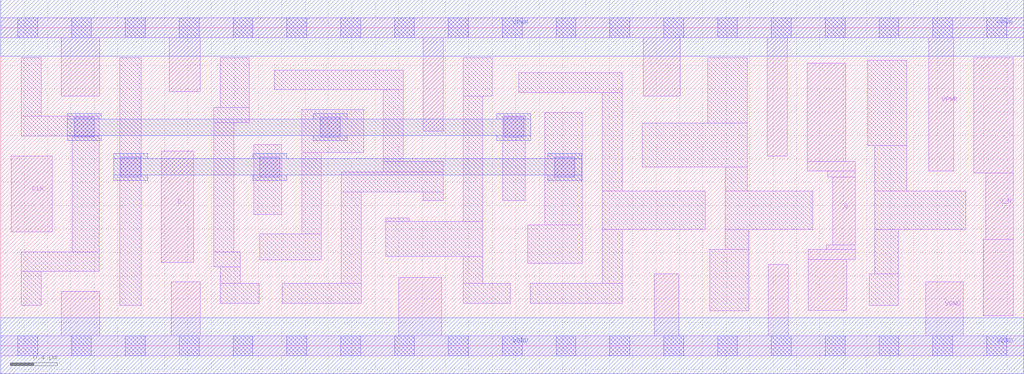
<source format=lef>
# Copyright 2020 The SkyWater PDK Authors
#
# Licensed under the Apache License, Version 2.0 (the "License");
# you may not use this file except in compliance with the License.
# You may obtain a copy of the License at
#
#     https://www.apache.org/licenses/LICENSE-2.0
#
# Unless required by applicable law or agreed to in writing, software
# distributed under the License is distributed on an "AS IS" BASIS,
# WITHOUT WARRANTIES OR CONDITIONS OF ANY KIND, either express or implied.
# See the License for the specific language governing permissions and
# limitations under the License.
#
# SPDX-License-Identifier: Apache-2.0

VERSION 5.7 ;
  NAMESCASESENSITIVE ON ;
  NOWIREEXTENSIONATPIN ON ;
  DIVIDERCHAR "/" ;
  BUSBITCHARS "[]" ;
UNITS
  DATABASE MICRONS 200 ;
END UNITS
MACRO sky130_fd_sc_hd__dfxbp_1
  CLASS CORE ;
  SOURCE USER ;
  FOREIGN sky130_fd_sc_hd__dfxbp_1 ;
  ORIGIN  0.000000  0.000000 ;
  SIZE  8.740000 BY  2.720000 ;
  SYMMETRY X Y R90 ;
  SITE unithd ;
  PIN D
    ANTENNAGATEAREA  0.126000 ;
    DIRECTION INPUT ;
    USE SIGNAL ;
    PORT
      LAYER li1 ;
        RECT 1.370000 0.715000 1.650000 1.665000 ;
    END
  END D
  PIN Q
    ANTENNADIFFAREA  0.429000 ;
    DIRECTION OUTPUT ;
    USE SIGNAL ;
    PORT
      LAYER li1 ;
        RECT 6.890000 1.495000 7.300000 1.575000 ;
        RECT 6.890000 1.575000 7.220000 2.420000 ;
        RECT 6.900000 0.305000 7.230000 0.740000 ;
        RECT 6.900000 0.740000 7.300000 0.825000 ;
        RECT 7.055000 0.825000 7.300000 0.865000 ;
        RECT 7.065000 1.445000 7.300000 1.495000 ;
        RECT 7.110000 0.865000 7.300000 1.445000 ;
    END
  END Q
  PIN Q_N
    ANTENNADIFFAREA  0.429000 ;
    DIRECTION OUTPUT ;
    USE SIGNAL ;
    PORT
      LAYER li1 ;
        RECT 8.315000 1.480000 8.650000 2.465000 ;
        RECT 8.395000 0.255000 8.650000 0.910000 ;
        RECT 8.415000 0.910000 8.650000 1.480000 ;
    END
  END Q_N
  PIN CLK
    ANTENNAGATEAREA  0.159000 ;
    DIRECTION INPUT ;
    USE CLOCK ;
    PORT
      LAYER li1 ;
        RECT 0.090000 0.975000 0.440000 1.625000 ;
    END
  END CLK
  PIN VGND
    DIRECTION INOUT ;
    SHAPE ABUTMENT ;
    USE GROUND ;
    PORT
      LAYER li1 ;
        RECT 0.000000 -0.085000 8.740000 0.085000 ;
        RECT 0.515000  0.085000 0.845000 0.465000 ;
        RECT 1.455000  0.085000 1.705000 0.545000 ;
        RECT 3.400000  0.085000 3.770000 0.585000 ;
        RECT 5.585000  0.085000 5.795000 0.615000 ;
        RECT 6.560000  0.085000 6.730000 0.695000 ;
        RECT 7.905000  0.085000 8.225000 0.545000 ;
      LAYER mcon ;
        RECT 0.145000 -0.085000 0.315000 0.085000 ;
        RECT 0.605000 -0.085000 0.775000 0.085000 ;
        RECT 1.065000 -0.085000 1.235000 0.085000 ;
        RECT 1.525000 -0.085000 1.695000 0.085000 ;
        RECT 1.985000 -0.085000 2.155000 0.085000 ;
        RECT 2.445000 -0.085000 2.615000 0.085000 ;
        RECT 2.905000 -0.085000 3.075000 0.085000 ;
        RECT 3.365000 -0.085000 3.535000 0.085000 ;
        RECT 3.825000 -0.085000 3.995000 0.085000 ;
        RECT 4.285000 -0.085000 4.455000 0.085000 ;
        RECT 4.745000 -0.085000 4.915000 0.085000 ;
        RECT 5.205000 -0.085000 5.375000 0.085000 ;
        RECT 5.665000 -0.085000 5.835000 0.085000 ;
        RECT 6.125000 -0.085000 6.295000 0.085000 ;
        RECT 6.585000 -0.085000 6.755000 0.085000 ;
        RECT 7.045000 -0.085000 7.215000 0.085000 ;
        RECT 7.505000 -0.085000 7.675000 0.085000 ;
        RECT 7.965000 -0.085000 8.135000 0.085000 ;
        RECT 8.425000 -0.085000 8.595000 0.085000 ;
      LAYER met1 ;
        RECT 0.000000 -0.240000 8.740000 0.240000 ;
    END
  END VGND
  PIN VPWR
    DIRECTION INOUT ;
    SHAPE ABUTMENT ;
    USE POWER ;
    PORT
      LAYER li1 ;
        RECT 0.000000 2.635000 8.740000 2.805000 ;
        RECT 0.515000 2.135000 0.845000 2.635000 ;
        RECT 1.440000 2.175000 1.705000 2.635000 ;
        RECT 3.610000 1.835000 3.780000 2.635000 ;
        RECT 5.490000 2.135000 5.805000 2.635000 ;
        RECT 6.550000 1.625000 6.720000 2.635000 ;
        RECT 7.930000 1.495000 8.145000 2.635000 ;
      LAYER mcon ;
        RECT 0.145000 2.635000 0.315000 2.805000 ;
        RECT 0.605000 2.635000 0.775000 2.805000 ;
        RECT 1.065000 2.635000 1.235000 2.805000 ;
        RECT 1.525000 2.635000 1.695000 2.805000 ;
        RECT 1.985000 2.635000 2.155000 2.805000 ;
        RECT 2.445000 2.635000 2.615000 2.805000 ;
        RECT 2.905000 2.635000 3.075000 2.805000 ;
        RECT 3.365000 2.635000 3.535000 2.805000 ;
        RECT 3.825000 2.635000 3.995000 2.805000 ;
        RECT 4.285000 2.635000 4.455000 2.805000 ;
        RECT 4.745000 2.635000 4.915000 2.805000 ;
        RECT 5.205000 2.635000 5.375000 2.805000 ;
        RECT 5.665000 2.635000 5.835000 2.805000 ;
        RECT 6.125000 2.635000 6.295000 2.805000 ;
        RECT 6.585000 2.635000 6.755000 2.805000 ;
        RECT 7.045000 2.635000 7.215000 2.805000 ;
        RECT 7.505000 2.635000 7.675000 2.805000 ;
        RECT 7.965000 2.635000 8.135000 2.805000 ;
        RECT 8.425000 2.635000 8.595000 2.805000 ;
      LAYER met1 ;
        RECT 0.000000 2.480000 8.740000 2.960000 ;
    END
  END VPWR
  OBS
    LAYER li1 ;
      RECT 0.175000 0.345000 0.345000 0.635000 ;
      RECT 0.175000 0.635000 0.840000 0.805000 ;
      RECT 0.175000 1.795000 0.840000 1.965000 ;
      RECT 0.175000 1.965000 0.345000 2.465000 ;
      RECT 0.610000 0.805000 0.840000 1.795000 ;
      RECT 1.015000 0.345000 1.200000 2.465000 ;
      RECT 1.820000 0.675000 2.045000 0.805000 ;
      RECT 1.820000 0.805000 1.990000 1.910000 ;
      RECT 1.820000 1.910000 2.125000 2.040000 ;
      RECT 1.875000 0.365000 2.210000 0.535000 ;
      RECT 1.875000 0.535000 2.045000 0.675000 ;
      RECT 1.875000 2.040000 2.125000 2.465000 ;
      RECT 2.160000 1.125000 2.400000 1.720000 ;
      RECT 2.215000 0.735000 2.740000 0.955000 ;
      RECT 2.335000 2.190000 3.440000 2.360000 ;
      RECT 2.405000 0.365000 3.080000 0.535000 ;
      RECT 2.570000 0.955000 2.740000 1.655000 ;
      RECT 2.570000 1.655000 3.100000 2.020000 ;
      RECT 2.910000 0.535000 3.080000 1.315000 ;
      RECT 2.910000 1.315000 3.780000 1.485000 ;
      RECT 3.270000 1.485000 3.780000 1.575000 ;
      RECT 3.270000 1.575000 3.440000 2.190000 ;
      RECT 3.290000 0.765000 4.120000 1.065000 ;
      RECT 3.290000 1.065000 3.490000 1.095000 ;
      RECT 3.610000 1.245000 3.780000 1.315000 ;
      RECT 3.950000 0.365000 4.355000 0.535000 ;
      RECT 3.950000 0.535000 4.120000 0.765000 ;
      RECT 3.950000 1.065000 4.120000 2.135000 ;
      RECT 3.950000 2.135000 4.200000 2.465000 ;
      RECT 4.290000 1.245000 4.480000 1.965000 ;
      RECT 4.425000 2.165000 5.310000 2.335000 ;
      RECT 4.505000 0.705000 4.970000 1.035000 ;
      RECT 4.525000 0.365000 5.310000 0.535000 ;
      RECT 4.650000 1.035000 4.970000 1.995000 ;
      RECT 5.140000 0.535000 5.310000 0.995000 ;
      RECT 5.140000 0.995000 6.020000 1.325000 ;
      RECT 5.140000 1.325000 5.310000 2.165000 ;
      RECT 5.480000 1.530000 6.380000 1.905000 ;
      RECT 6.040000 1.905000 6.380000 2.465000 ;
      RECT 6.060000 0.300000 6.390000 0.825000 ;
      RECT 6.190000 0.825000 6.390000 0.995000 ;
      RECT 6.190000 0.995000 6.940000 1.325000 ;
      RECT 6.190000 1.325000 6.380000 1.530000 ;
      RECT 7.410000 1.715000 7.740000 2.445000 ;
      RECT 7.420000 0.345000 7.670000 0.615000 ;
      RECT 7.470000 0.615000 7.670000 0.995000 ;
      RECT 7.470000 0.995000 8.245000 1.325000 ;
      RECT 7.470000 1.325000 7.740000 1.715000 ;
    LAYER mcon ;
      RECT 0.630000 1.785000 0.800000 1.955000 ;
      RECT 1.025000 1.445000 1.195000 1.615000 ;
      RECT 2.215000 1.445000 2.385000 1.615000 ;
      RECT 2.730000 1.785000 2.900000 1.955000 ;
      RECT 4.300000 1.785000 4.470000 1.955000 ;
      RECT 4.735000 1.445000 4.905000 1.615000 ;
    LAYER met1 ;
      RECT 0.570000 1.755000 0.860000 1.800000 ;
      RECT 0.570000 1.800000 4.530000 1.940000 ;
      RECT 0.570000 1.940000 0.860000 1.985000 ;
      RECT 0.965000 1.415000 1.255000 1.460000 ;
      RECT 0.965000 1.460000 4.965000 1.600000 ;
      RECT 0.965000 1.600000 1.255000 1.645000 ;
      RECT 2.155000 1.415000 2.445000 1.460000 ;
      RECT 2.155000 1.600000 2.445000 1.645000 ;
      RECT 2.670000 1.755000 2.960000 1.800000 ;
      RECT 2.670000 1.940000 2.960000 1.985000 ;
      RECT 4.240000 1.755000 4.530000 1.800000 ;
      RECT 4.240000 1.940000 4.530000 1.985000 ;
      RECT 4.675000 1.415000 4.965000 1.460000 ;
      RECT 4.675000 1.600000 4.965000 1.645000 ;
  END
END sky130_fd_sc_hd__dfxbp_1
END LIBRARY

</source>
